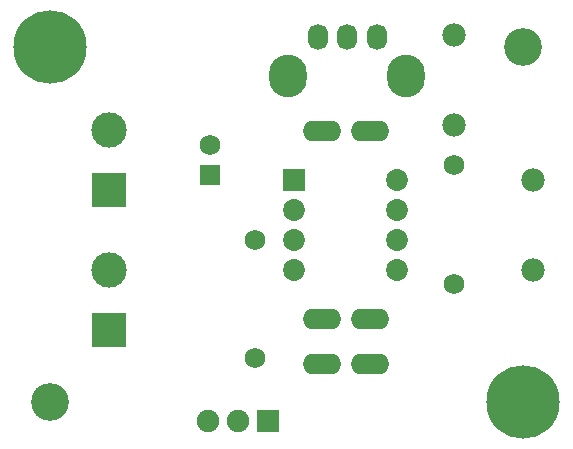
<source format=gts>
G04*
G04 #@! TF.GenerationSoftware,Altium Limited,CircuitMaker,2.2.1 (2.2.1.6)*
G04*
G04 Layer_Color=20142*
%FSLAX44Y44*%
%MOMM*%
G71*
G04*
G04 #@! TF.SameCoordinates,2AB76CEE-A046-4D56-9755-BC6112196B6F*
G04*
G04*
G04 #@! TF.FilePolarity,Negative*
G04*
G01*
G75*
%ADD17R,2.9972X2.9972*%
%ADD18C,2.9972*%
%ADD19R,1.7272X1.7272*%
%ADD20C,1.7272*%
%ADD21O,3.2512X1.7272*%
%ADD22R,1.8542X1.8542*%
%ADD23C,1.8542*%
%ADD24O,3.2032X3.6032*%
%ADD25O,1.7032X2.2032*%
%ADD26C,1.9812*%
%ADD27C,1.9032*%
%ADD28R,1.9032X1.9032*%
%ADD29C,3.2032*%
%ADD30C,6.2032*%
G54D17*
X99500Y229100D02*
D03*
Y111100D02*
D03*
G54D18*
Y279900D02*
D03*
Y161900D02*
D03*
G54D19*
X185000Y241750D02*
D03*
G54D20*
Y267150D02*
D03*
X274664Y81500D02*
D03*
X325463D02*
D03*
X275352Y278750D02*
D03*
X326152D02*
D03*
X325463Y120000D02*
D03*
X274664D02*
D03*
X223250Y87299D02*
D03*
X223248Y187300D02*
D03*
X391750Y149999D02*
D03*
X391748Y250001D02*
D03*
G54D21*
X279743Y81500D02*
D03*
X320383D02*
D03*
X280432Y278750D02*
D03*
X321072D02*
D03*
X320383Y120000D02*
D03*
X279743D02*
D03*
G54D22*
X256185Y238100D02*
D03*
G54D23*
Y212700D02*
D03*
Y161900D02*
D03*
X343942D02*
D03*
Y187300D02*
D03*
Y212700D02*
D03*
Y238100D02*
D03*
X256185Y187300D02*
D03*
G54D24*
X251250Y326000D02*
D03*
X351250D02*
D03*
G54D25*
X276250Y359000D02*
D03*
X301250D02*
D03*
X326250D02*
D03*
G54D26*
X391748Y360599D02*
D03*
Y284399D02*
D03*
X459000Y161901D02*
D03*
Y238101D02*
D03*
G54D27*
X183250Y33750D02*
D03*
X208650D02*
D03*
G54D28*
X234050D02*
D03*
G54D29*
X450000Y350000D02*
D03*
X50000Y50000D02*
D03*
G54D30*
X450000D02*
D03*
X50000Y350000D02*
D03*
M02*

</source>
